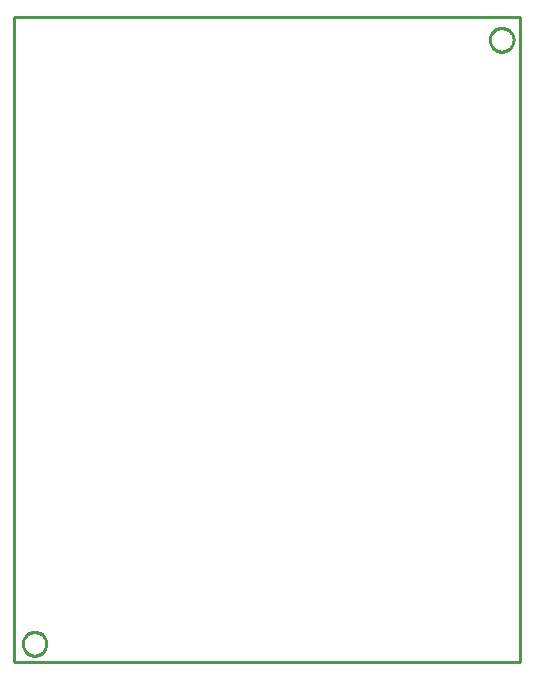
<source format=gbr>
G04 EAGLE Gerber RS-274X export*
G75*
%MOMM*%
%FSLAX34Y34*%
%LPD*%
%IN*%
%IPPOS*%
%AMOC8*
5,1,8,0,0,1.08239X$1,22.5*%
G01*
%ADD10C,0.254000*%


D10*
X165100Y101600D02*
X593600Y101600D01*
X593600Y647600D01*
X165100Y647600D01*
X165100Y101600D01*
X587850Y628213D02*
X587774Y627344D01*
X587622Y626484D01*
X587396Y625640D01*
X587098Y624820D01*
X586729Y624028D01*
X586292Y623272D01*
X585791Y622557D01*
X585230Y621888D01*
X584612Y621270D01*
X583943Y620709D01*
X583228Y620208D01*
X582472Y619771D01*
X581680Y619402D01*
X580860Y619104D01*
X580016Y618878D01*
X579157Y618726D01*
X578287Y618650D01*
X577413Y618650D01*
X576544Y618726D01*
X575684Y618878D01*
X574840Y619104D01*
X574020Y619402D01*
X573228Y619771D01*
X572472Y620208D01*
X571757Y620709D01*
X571088Y621270D01*
X570470Y621888D01*
X569909Y622557D01*
X569408Y623272D01*
X568971Y624028D01*
X568602Y624820D01*
X568304Y625640D01*
X568078Y626484D01*
X567926Y627344D01*
X567850Y628213D01*
X567850Y629087D01*
X567926Y629957D01*
X568078Y630816D01*
X568304Y631660D01*
X568602Y632480D01*
X568971Y633272D01*
X569408Y634028D01*
X569909Y634743D01*
X570470Y635412D01*
X571088Y636030D01*
X571757Y636591D01*
X572472Y637092D01*
X573228Y637529D01*
X574020Y637898D01*
X574840Y638196D01*
X575684Y638422D01*
X576544Y638574D01*
X577413Y638650D01*
X578287Y638650D01*
X579157Y638574D01*
X580016Y638422D01*
X580860Y638196D01*
X581680Y637898D01*
X582472Y637529D01*
X583228Y637092D01*
X583943Y636591D01*
X584612Y636030D01*
X585230Y635412D01*
X585791Y634743D01*
X586292Y634028D01*
X586729Y633272D01*
X587098Y632480D01*
X587396Y631660D01*
X587622Y630816D01*
X587774Y629957D01*
X587850Y629087D01*
X587850Y628213D01*
X192316Y116767D02*
X192240Y115897D01*
X192088Y115037D01*
X191862Y114193D01*
X191564Y113373D01*
X191195Y112581D01*
X190758Y111825D01*
X190257Y111110D01*
X189696Y110441D01*
X189078Y109823D01*
X188410Y109262D01*
X187694Y108761D01*
X186938Y108325D01*
X186147Y107956D01*
X185326Y107657D01*
X184483Y107431D01*
X183623Y107279D01*
X182753Y107203D01*
X181880Y107203D01*
X181010Y107279D01*
X180150Y107431D01*
X179306Y107657D01*
X178486Y107956D01*
X177694Y108325D01*
X176938Y108761D01*
X176223Y109262D01*
X175554Y109823D01*
X174936Y110441D01*
X174375Y111110D01*
X173874Y111825D01*
X173438Y112581D01*
X173069Y113373D01*
X172770Y114193D01*
X172544Y115037D01*
X172392Y115897D01*
X172316Y116767D01*
X172316Y117640D01*
X172392Y118510D01*
X172544Y119370D01*
X172770Y120213D01*
X173069Y121034D01*
X173438Y121825D01*
X173874Y122581D01*
X174375Y123297D01*
X174936Y123966D01*
X175554Y124583D01*
X176223Y125144D01*
X176938Y125645D01*
X177694Y126082D01*
X178486Y126451D01*
X179306Y126749D01*
X180150Y126975D01*
X181010Y127127D01*
X181880Y127203D01*
X182753Y127203D01*
X183623Y127127D01*
X184483Y126975D01*
X185326Y126749D01*
X186147Y126451D01*
X186938Y126082D01*
X187694Y125645D01*
X188410Y125144D01*
X189078Y124583D01*
X189696Y123966D01*
X190257Y123297D01*
X190758Y122581D01*
X191195Y121825D01*
X191564Y121034D01*
X191862Y120213D01*
X192088Y119370D01*
X192240Y118510D01*
X192316Y117640D01*
X192316Y116767D01*
M02*

</source>
